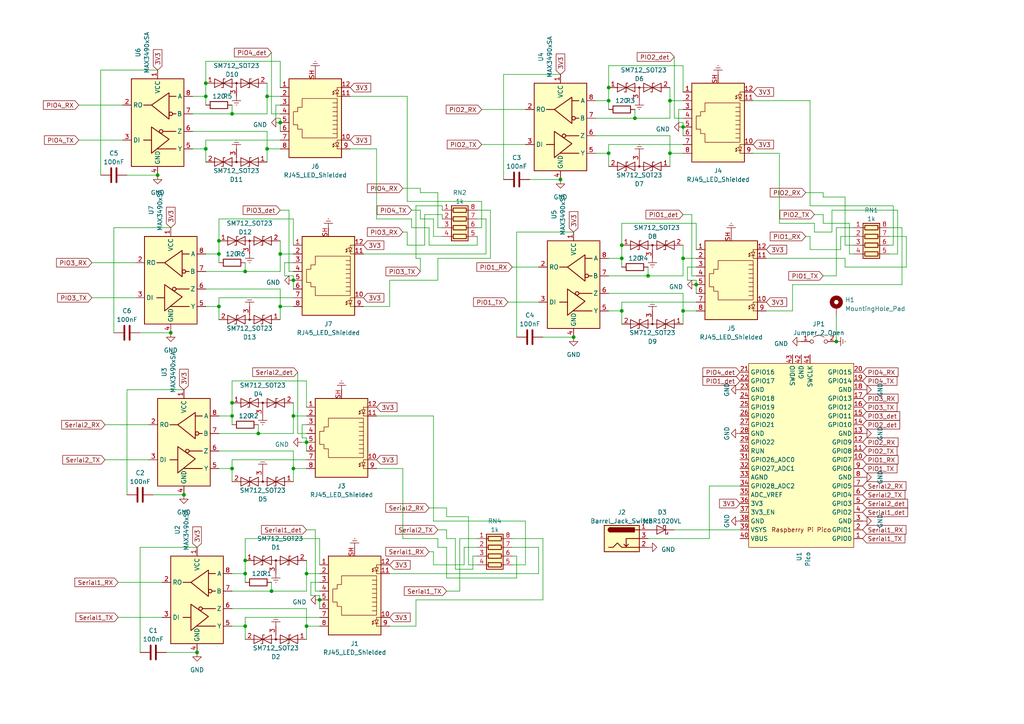
<source format=kicad_sch>
(kicad_sch (version 20230121) (generator eeschema)
  (paper "A4")
  (junction (at 201.93 82.55))
  (junction (at 81.28 35.56))
  (junction (at 88.9 128.27))
  (junction (at 194.31 29.21))
  (junction (at 59.69 43.18))
  (junction (at 59.69 24.13))
  (junction (at 176.53 44.45))
  (junction (at 85.09 81.28))
  (junction (at 242.57 99.06))
  (junction (at 63.5 69.85))
  (junction (at 74.93 125.73))
  (junction (at 57.15 189.23))
  (junction (at 85.09 135.89))
  (junction (at 180.34 74.93))
  (junction (at 88.9 166.37))
  (junction (at 71.12 162.56))
  (junction (at 67.31 120.65))
  (junction (at 184.15 34.29))
  (junction (at 85.09 120.65))
  (junction (at 67.31 116.84))
  (junction (at 53.34 143.51))
  (junction (at 194.31 44.45))
  (junction (at 78.74 171.45))
  (junction (at 81.28 73.66))
  (junction (at 92.71 173.99))
  (junction (at 176.53 29.21))
  (junction (at 45.72 50.8))
  (junction (at 176.53 25.4))
  (junction (at 71.12 166.37))
  (junction (at 67.31 33.02))
  (junction (at 71.12 181.61))
  (junction (at 67.31 135.89))
  (junction (at 198.12 90.17))
  (junction (at 49.53 96.52))
  (junction (at 198.12 36.83))
  (junction (at 77.47 27.94))
  (junction (at 63.5 88.9))
  (junction (at 71.12 78.74))
  (junction (at 187.96 80.01))
  (junction (at 180.34 90.17))
  (junction (at 88.9 181.61))
  (junction (at 81.28 88.9))
  (junction (at 63.5 73.66))
  (junction (at 166.37 97.79))
  (junction (at 59.69 27.94))
  (junction (at 180.34 71.12))
  (junction (at 198.12 74.93))
  (junction (at 162.56 52.07))
  (junction (at 77.47 43.18))
  (wire (pts (xy 236.22 67.31) (xy 241.3 67.31)))
  (wire (pts (xy 91.44 153.67) (xy 91.44 171.45)))
  (wire (pts (xy 81.28 34.29) (xy 81.28 35.56)))
  (wire (pts (xy 71.12 78.74) (xy 81.28 78.74)))
  (wire (pts (xy 132.08 156.21) (xy 132.08 165.1)))
  (wire (pts (xy 247.65 71.12) (xy 245.11 71.12)))
  (wire (pts (xy 137.16 161.29) (xy 137.16 165.1)))
  (wire (pts (xy 218.44 44.45) (xy 226.06 44.45)))
  (wire (pts (xy 85.09 120.65) (xy 85.09 116.84)))
  (wire (pts (xy 88.9 153.67) (xy 91.44 153.67)))
  (wire (pts (xy 176.53 74.93) (xy 180.34 74.93)))
  (wire (pts (xy 245.11 57.15) (xy 238.76 57.15)))
  (wire (pts (xy 121.92 54.61) (xy 121.92 55.88)))
  (wire (pts (xy 82.55 76.2) (xy 82.55 80.01)))
  (wire (pts (xy 88.9 123.19) (xy 87.63 123.19)))
  (wire (pts (xy 128.27 62.23) (xy 128.27 63.5)))
  (wire (pts (xy 129.54 167.64) (xy 149.86 167.64)))
  (wire (pts (xy 67.31 135.89) (xy 67.31 139.7)))
  (wire (pts (xy 201.93 81.28) (xy 201.93 82.55)))
  (wire (pts (xy 194.31 44.45) (xy 194.31 48.26)))
  (wire (pts (xy 238.76 64.77) (xy 246.38 64.77)))
  (wire (pts (xy 44.45 143.51) (xy 53.34 143.51)))
  (wire (pts (xy 129.54 153.67) (xy 129.54 156.21)))
  (wire (pts (xy 85.09 81.28) (xy 85.09 83.82)))
  (wire (pts (xy 116.84 156.21) (xy 127 156.21)))
  (wire (pts (xy 71.12 162.56) (xy 71.12 166.37)))
  (wire (pts (xy 124.46 147.32) (xy 129.54 147.32)))
  (wire (pts (xy 229.87 90.17) (xy 229.87 82.55)))
  (wire (pts (xy 85.09 125.73) (xy 85.09 120.65)))
  (wire (pts (xy 121.92 74.93) (xy 120.65 74.93)))
  (wire (pts (xy 59.69 40.64) (xy 59.69 43.18)))
  (wire (pts (xy 172.72 39.37) (xy 194.31 39.37)))
  (wire (pts (xy 142.24 60.96) (xy 142.24 74.93)))
  (wire (pts (xy 153.67 52.07) (xy 162.56 52.07)))
  (wire (pts (xy 85.09 78.74) (xy 83.82 78.74)))
  (wire (pts (xy 120.65 74.93) (xy 120.65 59.69)))
  (wire (pts (xy 176.53 85.09) (xy 198.12 85.09)))
  (wire (pts (xy 246.38 73.66) (xy 247.65 73.66)))
  (wire (pts (xy 146.05 21.59) (xy 162.56 21.59)))
  (wire (pts (xy 78.74 15.24) (xy 78.74 33.02)))
  (wire (pts (xy 196.85 31.75) (xy 196.85 35.56)))
  (wire (pts (xy 85.09 120.65) (xy 88.9 120.65)))
  (wire (pts (xy 201.93 80.01) (xy 200.66 80.01)))
  (wire (pts (xy 238.76 55.88) (xy 238.76 57.15)))
  (wire (pts (xy 63.5 88.9) (xy 63.5 92.71)))
  (wire (pts (xy 195.58 153.67) (xy 214.63 153.67)))
  (wire (pts (xy 176.53 25.4) (xy 176.53 29.21)))
  (wire (pts (xy 198.12 34.29) (xy 195.58 34.29)))
  (wire (pts (xy 172.72 29.21) (xy 176.53 29.21)))
  (wire (pts (xy 81.28 73.66) (xy 81.28 69.85)))
  (wire (pts (xy 77.47 43.18) (xy 77.47 46.99)))
  (wire (pts (xy 105.41 88.9) (xy 113.03 88.9)))
  (wire (pts (xy 201.93 64.77) (xy 180.34 64.77)))
  (wire (pts (xy 109.22 120.65) (xy 125.73 120.65)))
  (wire (pts (xy 245.11 71.12) (xy 245.11 57.15)))
  (wire (pts (xy 127 153.67) (xy 129.54 153.67)))
  (wire (pts (xy 149.86 97.79) (xy 149.86 67.31)))
  (wire (pts (xy 146.05 52.07) (xy 146.05 21.59)))
  (wire (pts (xy 59.69 78.74) (xy 71.12 78.74)))
  (wire (pts (xy 29.21 20.32) (xy 45.72 20.32)))
  (wire (pts (xy 243.84 72.39) (xy 243.84 68.58)))
  (wire (pts (xy 194.31 34.29) (xy 194.31 29.21)))
  (wire (pts (xy 132.08 165.1) (xy 137.16 165.1)))
  (wire (pts (xy 118.11 27.94) (xy 118.11 58.42)))
  (wire (pts (xy 198.12 90.17) (xy 198.12 93.98)))
  (wire (pts (xy 88.9 166.37) (xy 88.9 171.45)))
  (wire (pts (xy 180.34 71.12) (xy 180.34 74.93)))
  (wire (pts (xy 36.83 50.8) (xy 45.72 50.8)))
  (wire (pts (xy 113.03 166.37) (xy 156.21 166.37)))
  (wire (pts (xy 236.22 64.77) (xy 236.22 67.31)))
  (wire (pts (xy 92.71 172.72) (xy 92.71 173.99)))
  (wire (pts (xy 88.9 133.35) (xy 67.31 133.35)))
  (wire (pts (xy 30.48 123.19) (xy 43.18 123.19)))
  (wire (pts (xy 88.9 181.61) (xy 92.71 181.61)))
  (wire (pts (xy 33.02 96.52) (xy 33.02 66.04)))
  (wire (pts (xy 246.38 64.77) (xy 246.38 73.66)))
  (wire (pts (xy 87.63 127) (xy 88.9 127)))
  (wire (pts (xy 29.21 50.8) (xy 29.21 20.32)))
  (wire (pts (xy 81.28 73.66) (xy 85.09 73.66)))
  (wire (pts (xy 78.74 168.91) (xy 78.74 171.45)))
  (wire (pts (xy 92.71 173.99) (xy 92.71 176.53)))
  (wire (pts (xy 109.22 63.5) (xy 119.38 63.5)))
  (wire (pts (xy 40.64 158.75) (xy 57.15 158.75)))
  (wire (pts (xy 59.69 24.13) (xy 59.69 27.94)))
  (wire (pts (xy 36.83 113.03) (xy 53.34 113.03)))
  (wire (pts (xy 120.65 59.69) (xy 128.27 59.69)))
  (wire (pts (xy 67.31 171.45) (xy 78.74 171.45)))
  (wire (pts (xy 187.96 77.47) (xy 187.96 80.01)))
  (wire (pts (xy 201.93 87.63) (xy 180.34 87.63)))
  (wire (pts (xy 77.47 43.18) (xy 81.28 43.18)))
  (wire (pts (xy 148.59 77.47) (xy 156.21 77.47)))
  (wire (pts (xy 129.54 156.21) (xy 132.08 156.21)))
  (wire (pts (xy 123.19 62.23) (xy 128.27 62.23)))
  (wire (pts (xy 81.28 30.48) (xy 80.01 30.48)))
  (wire (pts (xy 125.73 63.5) (xy 125.73 68.58)))
  (wire (pts (xy 80.01 30.48) (xy 80.01 34.29)))
  (wire (pts (xy 85.09 63.5) (xy 63.5 63.5)))
  (wire (pts (xy 156.21 158.75) (xy 148.59 158.75)))
  (wire (pts (xy 125.73 68.58) (xy 128.27 68.58)))
  (wire (pts (xy 233.68 68.58) (xy 234.95 68.58)))
  (wire (pts (xy 119.38 60.96) (xy 121.92 60.96)))
  (wire (pts (xy 88.9 176.53) (xy 88.9 181.61)))
  (wire (pts (xy 149.86 67.31) (xy 166.37 67.31)))
  (wire (pts (xy 92.71 156.21) (xy 71.12 156.21)))
  (wire (pts (xy 260.35 73.66) (xy 257.81 73.66)))
  (wire (pts (xy 238.76 80.01) (xy 242.57 80.01)))
  (wire (pts (xy 142.24 74.93) (xy 127 74.93)))
  (wire (pts (xy 81.28 40.64) (xy 59.69 40.64)))
  (wire (pts (xy 34.29 179.07) (xy 46.99 179.07)))
  (wire (pts (xy 129.54 149.86) (xy 135.89 149.86)))
  (wire (pts (xy 176.53 41.91) (xy 176.53 44.45)))
  (wire (pts (xy 88.9 118.11) (xy 88.9 110.49)))
  (wire (pts (xy 85.09 71.12) (xy 85.09 63.5)))
  (wire (pts (xy 198.12 62.23) (xy 200.66 62.23)))
  (wire (pts (xy 85.09 86.36) (xy 63.5 86.36)))
  (wire (pts (xy 129.54 158.75) (xy 129.54 167.64)))
  (wire (pts (xy 261.62 66.04) (xy 257.81 66.04)))
  (wire (pts (xy 71.12 181.61) (xy 71.12 185.42)))
  (wire (pts (xy 85.09 130.81) (xy 85.09 135.89)))
  (wire (pts (xy 198.12 74.93) (xy 198.12 71.12)))
  (wire (pts (xy 109.22 135.89) (xy 116.84 135.89)))
  (wire (pts (xy 67.31 110.49) (xy 67.31 116.84)))
  (wire (pts (xy 242.57 66.04) (xy 247.65 66.04)))
  (wire (pts (xy 201.93 77.47) (xy 199.39 77.47)))
  (wire (pts (xy 127 66.04) (xy 128.27 66.04)))
  (wire (pts (xy 90.17 172.72) (xy 92.71 172.72)))
  (wire (pts (xy 194.31 39.37) (xy 194.31 44.45)))
  (wire (pts (xy 67.31 181.61) (xy 71.12 181.61)))
  (wire (pts (xy 148.59 163.83) (xy 152.4 163.83)))
  (wire (pts (xy 198.12 74.93) (xy 198.12 80.01)))
  (wire (pts (xy 234.95 29.21) (xy 234.95 59.69)))
  (wire (pts (xy 194.31 29.21) (xy 198.12 29.21)))
  (wire (pts (xy 92.71 171.45) (xy 91.44 171.45)))
  (wire (pts (xy 139.7 41.91) (xy 152.4 41.91)))
  (wire (pts (xy 226.06 64.77) (xy 236.22 64.77)))
  (wire (pts (xy 180.34 77.47) (xy 180.34 74.93)))
  (wire (pts (xy 243.84 68.58) (xy 247.65 68.58)))
  (wire (pts (xy 262.89 68.58) (xy 257.81 68.58)))
  (wire (pts (xy 125.73 163.83) (xy 134.62 163.83)))
  (wire (pts (xy 198.12 26.67) (xy 198.12 19.05)))
  (wire (pts (xy 195.58 16.51) (xy 195.58 34.29)))
  (wire (pts (xy 90.17 168.91) (xy 90.17 172.72)))
  (wire (pts (xy 74.93 125.73) (xy 85.09 125.73)))
  (wire (pts (xy 194.31 44.45) (xy 198.12 44.45)))
  (wire (pts (xy 71.12 179.07) (xy 71.12 181.61)))
  (wire (pts (xy 198.12 19.05) (xy 176.53 19.05)))
  (wire (pts (xy 83.82 60.96) (xy 83.82 78.74)))
  (wire (pts (xy 149.86 161.29) (xy 148.59 161.29)))
  (wire (pts (xy 140.97 63.5) (xy 140.97 73.66)))
  (wire (pts (xy 113.03 181.61) (xy 120.65 181.61)))
  (wire (pts (xy 199.39 81.28) (xy 201.93 81.28)))
  (wire (pts (xy 184.15 34.29) (xy 194.31 34.29)))
  (wire (pts (xy 138.43 66.04) (xy 139.7 66.04)))
  (wire (pts (xy 218.44 29.21) (xy 234.95 29.21)))
  (wire (pts (xy 88.9 125.73) (xy 86.36 125.73)))
  (wire (pts (xy 139.7 58.42) (xy 139.7 66.04)))
  (wire (pts (xy 81.28 73.66) (xy 81.28 78.74)))
  (wire (pts (xy 59.69 88.9) (xy 63.5 88.9)))
  (wire (pts (xy 236.22 62.23) (xy 238.76 62.23)))
  (wire (pts (xy 127 158.75) (xy 129.54 158.75)))
  (wire (pts (xy 180.34 90.17) (xy 180.34 93.98)))
  (wire (pts (xy 198.12 41.91) (xy 176.53 41.91)))
  (wire (pts (xy 77.47 27.94) (xy 81.28 27.94)))
  (wire (pts (xy 241.3 60.96) (xy 260.35 60.96)))
  (wire (pts (xy 127 55.88) (xy 127 66.04)))
  (wire (pts (xy 133.35 171.45) (xy 133.35 156.21)))
  (wire (pts (xy 157.48 173.99) (xy 157.48 156.21)))
  (wire (pts (xy 226.06 44.45) (xy 226.06 64.77)))
  (wire (pts (xy 121.92 55.88) (xy 127 55.88)))
  (wire (pts (xy 245.11 77.47) (xy 262.89 77.47)))
  (wire (pts (xy 120.65 181.61) (xy 120.65 173.99)))
  (wire (pts (xy 88.9 128.27) (xy 88.9 130.81)))
  (wire (pts (xy 199.39 77.47) (xy 199.39 81.28)))
  (wire (pts (xy 71.12 168.91) (xy 71.12 166.37)))
  (wire (pts (xy 125.73 160.02) (xy 125.73 163.83)))
  (wire (pts (xy 63.5 120.65) (xy 67.31 120.65)))
  (wire (pts (xy 85.09 80.01) (xy 85.09 81.28)))
  (wire (pts (xy 33.02 66.04) (xy 49.53 66.04)))
  (wire (pts (xy 88.9 110.49) (xy 67.31 110.49)))
  (wire (pts (xy 152.4 151.13) (xy 152.4 163.83)))
  (wire (pts (xy 40.64 96.52) (xy 49.53 96.52)))
  (wire (pts (xy 87.63 123.19) (xy 87.63 127)))
  (wire (pts (xy 85.09 76.2) (xy 82.55 76.2)))
  (wire (pts (xy 198.12 85.09) (xy 198.12 90.17)))
  (wire (pts (xy 63.5 69.85) (xy 63.5 73.66)))
  (wire (pts (xy 184.15 31.75) (xy 184.15 34.29)))
  (wire (pts (xy 87.63 128.27) (xy 88.9 128.27)))
  (wire (pts (xy 59.69 17.78) (xy 59.69 24.13)))
  (wire (pts (xy 22.86 40.64) (xy 35.56 40.64)))
  (wire (pts (xy 234.95 72.39) (xy 243.84 72.39)))
  (wire (pts (xy 67.31 33.02) (xy 77.47 33.02)))
  (wire (pts (xy 156.21 166.37) (xy 156.21 158.75)))
  (wire (pts (xy 101.6 43.18) (xy 109.22 43.18)))
  (wire (pts (xy 109.22 43.18) (xy 109.22 63.5)))
  (wire (pts (xy 139.7 31.75) (xy 152.4 31.75)))
  (wire (pts (xy 121.92 63.5) (xy 125.73 63.5)))
  (wire (pts (xy 86.36 107.95) (xy 86.36 125.73)))
  (wire (pts (xy 116.84 135.89) (xy 116.84 156.21)))
  (wire (pts (xy 22.86 30.48) (xy 35.56 30.48)))
  (wire (pts (xy 187.96 156.21) (xy 205.74 156.21)))
  (wire (pts (xy 234.95 68.58) (xy 234.95 72.39)))
  (wire (pts (xy 129.54 171.45) (xy 133.35 171.45)))
  (wire (pts (xy 138.43 63.5) (xy 140.97 63.5)))
  (wire (pts (xy 92.71 168.91) (xy 90.17 168.91)))
  (wire (pts (xy 80.01 34.29) (xy 81.28 34.29)))
  (wire (pts (xy 125.73 120.65) (xy 125.73 151.13)))
  (wire (pts (xy 245.11 74.93) (xy 245.11 77.47)))
  (wire (pts (xy 78.74 33.02) (xy 81.28 33.02)))
  (wire (pts (xy 59.69 83.82) (xy 81.28 83.82)))
  (wire (pts (xy 176.53 19.05) (xy 176.53 25.4)))
  (wire (pts (xy 128.27 59.69) (xy 128.27 60.96)))
  (wire (pts (xy 176.53 44.45) (xy 176.53 48.26)))
  (wire (pts (xy 134.62 163.83) (xy 134.62 158.75)))
  (wire (pts (xy 133.35 156.21) (xy 138.43 156.21)))
  (wire (pts (xy 83.82 60.96) (xy 81.28 60.96)))
  (wire (pts (xy 63.5 135.89) (xy 67.31 135.89)))
  (wire (pts (xy 55.88 38.1) (xy 77.47 38.1)))
  (wire (pts (xy 40.64 189.23) (xy 40.64 158.75)))
  (wire (pts (xy 134.62 158.75) (xy 138.43 158.75)))
  (wire (pts (xy 198.12 36.83) (xy 198.12 39.37)))
  (wire (pts (xy 187.96 80.01) (xy 198.12 80.01)))
  (wire (pts (xy 81.28 88.9) (xy 81.28 92.71)))
  (wire (pts (xy 200.66 62.23) (xy 200.66 80.01)))
  (wire (pts (xy 26.67 76.2) (xy 39.37 76.2)))
  (wire (pts (xy 229.87 82.55) (xy 261.62 82.55)))
  (wire (pts (xy 55.88 43.18) (xy 59.69 43.18)))
  (wire (pts (xy 63.5 63.5) (xy 63.5 69.85)))
  (wire (pts (xy 259.08 71.12) (xy 257.81 71.12)))
  (wire (pts (xy 71.12 156.21) (xy 71.12 162.56)))
  (wire (pts (xy 233.68 55.88) (xy 238.76 55.88)))
  (wire (pts (xy 222.25 74.93) (xy 245.11 74.93)))
  (wire (pts (xy 116.84 67.31) (xy 118.11 67.31)))
  (wire (pts (xy 198.12 90.17) (xy 201.93 90.17)))
  (wire (pts (xy 55.88 27.94) (xy 59.69 27.94)))
  (wire (pts (xy 30.48 133.35) (xy 43.18 133.35)))
  (wire (pts (xy 105.41 73.66) (xy 140.97 73.66)))
  (wire (pts (xy 88.9 181.61) (xy 88.9 185.42)))
  (wire (pts (xy 157.48 97.79) (xy 166.37 97.79)))
  (wire (pts (xy 67.31 30.48) (xy 67.31 33.02)))
  (wire (pts (xy 180.34 64.77) (xy 180.34 71.12)))
  (wire (pts (xy 157.48 156.21) (xy 148.59 156.21)))
  (wire (pts (xy 260.35 60.96) (xy 260.35 73.66)))
  (wire (pts (xy 81.28 17.78) (xy 59.69 17.78)))
  (wire (pts (xy 118.11 67.31) (xy 118.11 71.12)))
  (wire (pts (xy 88.9 166.37) (xy 92.71 166.37)))
  (wire (pts (xy 205.74 156.21) (xy 205.74 140.97)))
  (wire (pts (xy 59.69 73.66) (xy 63.5 73.66)))
  (wire (pts (xy 63.5 86.36) (xy 63.5 88.9)))
  (wire (pts (xy 125.73 151.13) (xy 152.4 151.13)))
  (wire (pts (xy 196.85 35.56) (xy 198.12 35.56)))
  (wire (pts (xy 67.31 133.35) (xy 67.31 135.89)))
  (wire (pts (xy 124.46 71.12) (xy 138.43 71.12)))
  (wire (pts (xy 176.53 31.75) (xy 176.53 29.21)))
  (wire (pts (xy 124.46 160.02) (xy 125.73 160.02)))
  (wire (pts (xy 198.12 35.56) (xy 198.12 36.83)))
  (wire (pts (xy 85.09 135.89) (xy 85.09 139.7)))
  (wire (pts (xy 138.43 161.29) (xy 137.16 161.29)))
  (wire (pts (xy 127 156.21) (xy 127 158.75)))
  (wire (pts (xy 59.69 30.48) (xy 59.69 27.94)))
  (wire (pts (xy 74.93 123.19) (xy 74.93 125.73)))
  (wire (pts (xy 92.71 163.83) (xy 92.71 156.21)))
  (wire (pts (xy 81.28 25.4) (xy 81.28 17.78)))
  (wire (pts (xy 261.62 82.55) (xy 261.62 66.04)))
  (wire (pts (xy 120.65 173.99) (xy 157.48 173.99)))
  (wire (pts (xy 198.12 74.93) (xy 201.93 74.93)))
  (wire (pts (xy 242.57 80.01) (xy 242.57 66.04)))
  (wire (pts (xy 201.93 82.55) (xy 201.93 85.09)))
  (wire (pts (xy 149.86 167.64) (xy 149.86 161.29)))
  (wire (pts (xy 234.95 59.69) (xy 259.08 59.69)))
  (wire (pts (xy 67.31 116.84) (xy 67.31 120.65)))
  (wire (pts (xy 138.43 68.58) (xy 138.43 71.12)))
  (wire (pts (xy 63.5 125.73) (xy 74.93 125.73)))
  (wire (pts (xy 259.08 59.69) (xy 259.08 71.12)))
  (wire (pts (xy 101.6 27.94) (xy 118.11 27.94)))
  (wire (pts (xy 81.28 35.56) (xy 81.28 38.1)))
  (wire (pts (xy 180.34 87.63) (xy 180.34 90.17)))
  (wire (pts (xy 198.12 31.75) (xy 196.85 31.75)))
  (wire (pts (xy 135.89 149.86) (xy 135.89 163.83)))
  (wire (pts (xy 116.84 54.61) (xy 121.92 54.61)))
  (wire (pts (xy 81.28 88.9) (xy 85.09 88.9)))
  (wire (pts (xy 55.88 33.02) (xy 67.31 33.02)))
  (wire (pts (xy 129.54 147.32) (xy 129.54 149.86)))
  (wire (pts (xy 172.72 34.29) (xy 184.15 34.29)))
  (wire (pts (xy 63.5 76.2) (xy 63.5 73.66)))
  (wire (pts (xy 77.47 38.1) (xy 77.47 43.18)))
  (wire (pts (xy 222.25 90.17) (xy 229.87 90.17)))
  (wire (pts (xy 147.32 87.63) (xy 156.21 87.63)))
  (wire (pts (xy 119.38 66.04) (xy 124.46 66.04)))
  (wire (pts (xy 71.12 76.2) (xy 71.12 78.74)))
  (wire (pts (xy 238.76 62.23) (xy 238.76 64.77)))
  (wire (pts (xy 67.31 123.19) (xy 67.31 120.65)))
  (wire (pts (xy 135.89 163.83) (xy 138.43 163.83)))
  (wire (pts (xy 78.74 171.45) (xy 88.9 171.45)))
  (wire (pts (xy 113.03 88.9) (xy 113.03 81.28)))
  (wire (pts (xy 124.46 66.04) (xy 124.46 71.12)))
  (wire (pts (xy 92.71 179.07) (xy 71.12 179.07)))
  (wire (pts (xy 241.3 67.31) (xy 241.3 60.96)))
  (wire (pts (xy 48.26 189.23) (xy 57.15 189.23)))
  (wire (pts (xy 63.5 130.81) (xy 85.09 130.81)))
  (wire (pts (xy 59.69 43.18) (xy 59.69 46.99)))
  (wire (pts (xy 194.31 29.21) (xy 194.31 25.4)))
  (wire (pts (xy 77.47 27.94) (xy 77.47 24.13)))
  (wire (pts (xy 172.72 44.45) (xy 176.53 44.45)))
  (wire (pts (xy 81.28 83.82) (xy 81.28 88.9)))
  (wire (pts (xy 34.29 168.91) (xy 46.99 168.91)))
  (wire (pts (xy 118.11 58.42) (xy 139.7 58.42)))
  (wire (pts (xy 67.31 176.53) (xy 88.9 176.53)))
  (wire (pts (xy 82.55 80.01) (xy 85.09 80.01)))
  (wire (pts (xy 88.9 166.37) (xy 88.9 162.56)))
  (wire (pts (xy 77.47 33.02) (xy 77.47 27.94)))
  (wire (pts (xy 242.57 91.44) (xy 242.57 99.06)))
  (wire (pts (xy 26.67 86.36) (xy 39.37 86.36)))
  (wire (pts (xy 127 74.93) (xy 127 81.28)))
  (wire (pts (xy 176.53 90.17) (xy 180.34 90.17)))
  (wire (pts (xy 88.9 127) (xy 88.9 128.27)))
  (wire (pts (xy 121.92 60.96) (xy 121.92 63.5)))
  (wire (pts (xy 123.19 71.12) (xy 123.19 62.23)))
  (wire (pts (xy 36.83 143.51) (xy 36.83 113.03)))
  (wire (pts (xy 138.43 60.96) (xy 142.24 60.96)))
  (wire (pts (xy 113.03 81.28) (xy 127 81.28)))
  (wire (pts (xy 121.92 78.74) (xy 121.92 74.93)))
  (wire (pts (xy 262.89 77.47) (xy 262.89 68.58)))
  (wire (pts (xy 67.31 166.37) (xy 71.12 166.37)))
  (wire (pts (xy 85.09 135.89) (xy 88.9 135.89)))
  (wire (pts (xy 119.38 63.5) (xy 119.38 66.04)))
  (wire (pts (xy 201.93 72.39) (xy 201.93 64.77)))
  (wire (pts (xy 176.53 80.01) (xy 187.96 80.01)))
  (wire (pts (xy 118.11 71.12) (xy 123.19 71.12)))
  (wire (pts (xy 205.74 140.97) (xy 214.63 140.97)))
  (global_label "Serial1_RX" (shape input) (at 250.19 153.67 0) (property "Intersheetrefs" "${INTERSHEET_REFS}" (effects hide)))
  (global_label "Serial2_TX" (shape input) (at 30.48 133.35 180) (property "Intersheetrefs" "${INTERSHEET_REFS}" (effects hide)))
  (global_label "PIO3_TX" (shape input) (at 250.19 118.11 0) (property "Intersheetrefs" "${INTERSHEET_REFS}" (effects hide)))
  (global_label "PIO1_det" (shape input) (at 214.63 110.49 180) (property "Intersheetrefs" "${INTERSHEET_REFS}" (effects hide)))
  (global_label "3V3" (shape input) (at 162.56 21.59 90) (property "Intersheetrefs" "${INTERSHEET_REFS}" (effects hide)))
  (global_label "3V3" (shape input) (at 222.25 87.63 0) (property "Intersheetrefs" "${INTERSHEET_REFS}" (effects hide)))
  (global_label "Serial1_RX" (shape input) (at 34.29 168.91 180) (property "Intersheetrefs" "${INTERSHEET_REFS}" (effects hide)))
  (global_label "PIO2_TX" (shape input) (at 236.22 62.23 180) (property "Intersheetrefs" "${INTERSHEET_REFS}" (effects hide)))
  (global_label "Serial1_RX" (shape input) (at 124.46 160.02 180) (property "Intersheetrefs" "${INTERSHEET_REFS}" (effects hide)))
  (global_label "PIO4_RX" (shape input) (at 116.84 54.61 180) (property "Intersheetrefs" "${INTERSHEET_REFS}" (effects hide)))
  (global_label "Serial1_det" (shape input) (at 250.19 148.59 0) (property "Intersheetrefs" "${INTERSHEET_REFS}" (effects hide)))
  (global_label "Serial1_TX" (shape input) (at 34.29 179.07 180) (property "Intersheetrefs" "${INTERSHEET_REFS}" (effects hide)))
  (global_label "Serial1_TX" (shape input) (at 250.19 156.21 0) (property "Intersheetrefs" "${INTERSHEET_REFS}" (effects hide)))
  (global_label "3V3" (shape input) (at 105.41 71.12 0) (property "Intersheetrefs" "${INTERSHEET_REFS}" (effects hide)))
  (global_label "PIO2_RX" (shape input) (at 139.7 31.75 180) (property "Intersheetrefs" "${INTERSHEET_REFS}" (effects hide)))
  (global_label "3V3" (shape input) (at 214.63 146.05 180) (property "Intersheetrefs" "${INTERSHEET_REFS}" (effects hide)))
  (global_label "PIO1_TX" (shape input) (at 238.76 80.01 180) (property "Intersheetrefs" "${INTERSHEET_REFS}" (effects hide)))
  (global_label "PIO4_RX" (shape input) (at 22.86 30.48 180) (property "Intersheetrefs" "${INTERSHEET_REFS}" (effects hide)))
  (global_label "PIO4_TX" (shape input) (at 22.86 40.64 180) (property "Intersheetrefs" "${INTERSHEET_REFS}" (effects hide)))
  (global_label "3V3" (shape input) (at 222.25 72.39 0) (property "Intersheetrefs" "${INTERSHEET_REFS}" (effects hide)))
  (global_label "PIO3_det" (shape input) (at 81.28 60.96 180) (property "Intersheetrefs" "${INTERSHEET_REFS}" (effects hide)))
  (global_label "PIO2_TX" (shape input) (at 139.7 41.91 180) (property "Intersheetrefs" "${INTERSHEET_REFS}" (effects hide)))
  (global_label "3V3" (shape input) (at 57.15 158.75 90) (property "Intersheetrefs" "${INTERSHEET_REFS}" (effects hide)))
  (global_label "PIO2_TX" (shape input) (at 250.19 130.81 0) (property "Intersheetrefs" "${INTERSHEET_REFS}" (effects hide)))
  (global_label "3V3" (shape input) (at 101.6 40.64 0) (property "Intersheetrefs" "${INTERSHEET_REFS}" (effects hide)))
  (global_label "3V3" (shape input) (at 105.41 86.36 0) (property "Intersheetrefs" "${INTERSHEET_REFS}" (effects hide)))
  (global_label "PIO1_RX" (shape input) (at 250.19 133.35 0) (property "Intersheetrefs" "${INTERSHEET_REFS}" (effects hide)))
  (global_label "3V3" (shape input) (at 49.53 66.04 90) (property "Intersheetrefs" "${INTERSHEET_REFS}" (effects hide)))
  (global_label "PIO1_TX" (shape input) (at 147.32 87.63 180) (property "Intersheetrefs" "${INTERSHEET_REFS}" (effects hide)))
  (global_label "Serial1_det" (shape input) (at 88.9 153.67 180) (property "Intersheetrefs" "${INTERSHEET_REFS}" (effects hide)))
  (global_label "PIO3_det" (shape input) (at 250.19 120.65 0) (property "Intersheetrefs" "${INTERSHEET_REFS}" (effects hide)))
  (global_label "3V3" (shape input) (at 101.6 25.4 0) (property "Intersheetrefs" "${INTERSHEET_REFS}" (effects hide)))
  (global_label "3V3" (shape input) (at 113.03 179.07 0) (property "Intersheetrefs" "${INTERSHEET_REFS}" (effects hide)))
  (global_label "PIO3_RX" (shape input) (at 116.84 67.31 180) (property "Intersheetrefs" "${INTERSHEET_REFS}" (effects hide)))
  (global_label "3V3" (shape input) (at 45.72 20.32 90) (property "Intersheetrefs" "${INTERSHEET_REFS}" (effects hide)))
  (global_label "Serial2_RX" (shape input) (at 250.19 140.97 0) (property "Intersheetrefs" "${INTERSHEET_REFS}" (effects hide)))
  (global_label "PIO2_RX" (shape input) (at 233.68 55.88 180) (property "Intersheetrefs" "${INTERSHEET_REFS}" (effects hide)))
  (global_label "3V3" (shape input) (at 113.03 163.83 0) (property "Intersheetrefs" "${INTERSHEET_REFS}" (effects hide)))
  (global_label "PIO3_TX" (shape input) (at 26.67 86.36 180) (property "Intersheetrefs" "${INTERSHEET_REFS}" (effects hide)))
  (global_label "PIO3_RX" (shape input) (at 250.19 115.57 0) (property "Intersheetrefs" "${INTERSHEET_REFS}" (effects hide)))
  (global_label "Serial2_RX" (shape input) (at 30.48 123.19 180) (property "Intersheetrefs" "${INTERSHEET_REFS}" (effects hide)))
  (global_label "PIO1_det" (shape input) (at 198.12 62.23 180) (property "Intersheetrefs" "${INTERSHEET_REFS}" (effects hide)))
  (global_label "PIO2_det" (shape input) (at 195.58 16.51 180) (property "Intersheetrefs" "${INTERSHEET_REFS}" (effects hide)))
  (global_label "PIO4_det" (shape input) (at 214.63 107.95 180) (property "Intersheetrefs" "${INTERSHEET_REFS}" (effects hide)))
  (global_label "PIO4_det" (shape input) (at 78.74 15.24 180) (property "Intersheetrefs" "${INTERSHEET_REFS}" (effects hide)))
  (global_label "Serial1_TX" (shape input) (at 129.54 171.45 180) (property "Intersheetrefs" "${INTERSHEET_REFS}" (effects hide)))
  (global_label "PIO3_RX" (shape input) (at 26.67 76.2 180) (property "Intersheetrefs" "${INTERSHEET_REFS}" (effects hide)))
  (global_label "Serial2_det" (shape input) (at 86.36 107.95 180) (property "Intersheetrefs" "${INTERSHEET_REFS}" (effects hide)))
  (global_label "PIO4_TX" (shape input) (at 250.19 110.49 0) (property "Intersheetrefs" "${INTERSHEET_REFS}" (effects hide)))
  (global_label "PIO1_RX" (shape input) (at 233.68 68.58 180) (property "Intersheetrefs" "${INTERSHEET_REFS}" (effects hide)))
  (global_label "3V3" (shape input) (at 166.37 67.31 90) (property "Intersheetrefs" "${INTERSHEET_REFS}" (effects hide)))
  (global_label "PIO3_TX" (shape input) (at 121.92 78.74 180) (property "Intersheetrefs" "${INTERSHEET_REFS}" (effects hide)))
  (global_label "PIO1_RX" (shape input) (at 148.59 77.47 180) (property "Intersheetrefs" "${INTERSHEET_REFS}" (effects hide)))
  (global_label "PIO4_RX" (shape input) (at 250.19 107.95 0) (property "Intersheetrefs" "${INTERSHEET_REFS}" (effects hide)))
  (global_label "PIO4_TX" (shape input) (at 119.38 60.96 180) (property "Intersheetrefs" "${INTERSHEET_REFS}" (effects hide)))
  (global_label "3V3" (shape input) (at 218.44 26.67 0) (property "Intersheetrefs" "${INTERSHEET_REFS}" (effects hide)))
  (global_label "3V3" (shape input) (at 109.22 118.11 0) (property "Intersheetrefs" "${INTERSHEET_REFS}" (effects hide)))
  (global_label "Serial2_det" (shape input) (at 250.19 146.05 0) (property "Intersheetrefs" "${INTERSHEET_REFS}" (effects hide)))
  (global_label "Serial2_TX" (shape input) (at 250.19 143.51 0) (property "Intersheetrefs" "${INTERSHEET_REFS}" (effects hide)))
  (global_label "Serial2_TX" (shape input) (at 127 153.67 180) (property "Intersheetrefs" "${INTERSHEET_REFS}" (effects hide)))
  (global_label "3V3" (shape input) (at 109.22 133.35 0) (property "Intersheetrefs" "${INTERSHEET_REFS}" (effects hide)))
  (global_label "PIO2_RX" (shape input) (at 250.19 128.27 0) (property "Intersheetrefs" "${INTERSHEET_REFS}" (effects hide)))
  (global_label "Serial2_RX" (shape input) (at 124.46 147.32 180) (property "Intersheetrefs" "${INTERSHEET_REFS}" (effects hide)))
  (global_label "PIO1_TX" (shape input) (at 250.19 135.89 0) (property "Intersheetrefs" "${INTERSHEET_REFS}" (effects hide)))
  (global_label "PIO2_det" (shape input) (at 250.19 123.19 0) (property "Intersheetrefs" "${INTERSHEET_REFS}" (effects hide)))
  (global_label "3V3" (shape input) (at 53.34 113.03 90) (property "Intersheetrefs" "${INTERSHEET_REFS}" (effects hide)))
  (global_label "3V3" (shape input) (at 218.44 41.91 0) (property "Intersheetrefs" "${INTERSHEET_REFS}" (effects hide)))
  (symbol (lib_id "Device:R") (at 67.31 76.2 90) (unit 1)
    (property "Reference" "R6" (at 69.85 73.66 90))
    (property "Value" "120" (at 67.31 73.66 90))
    (property "Footprint" "Resistor_SMD:R_0805_2012Metric_Pad1.20x1.40mm_HandSolder" (effects hide))
  )
  (symbol (lib_id "Interface_UART:MAX3490xSA") (at 162.56 36.83 0) (unit 1)
    (property "Reference" "U4" (at 156.8703 16.51 90))
    (property "Value" "MAX3490xSA" (at 159.4103 16.51 90))
    (property "Footprint" "Package_SO:SOIC-8_3.9x4.9mm_P1.27mm" (effects hide))
    (property "Datasheet" "https://www.analog.com/media/en/technical-documentation/data-sheets/MAX3483-MAX3491.pdf" (effects hide))
  )
  (symbol (lib_id "power:Earth") (at 76.2 135.89 180) (unit 1)
    (property "Reference" "#PWR018" (effects hide))
    (property "Value" "Earth" (effects hide))
  )
  (symbol (lib_id "Diode:SM712_SOT23") (at 76.2 116.84 0) (unit 1)
    (property "Reference" "D4" (at 74.93 114.3 0))
    (property "Value" "SM712_SOT23" (at 76.2 111.76 0))
    (property "Footprint" "Package_TO_SOT_SMD:SOT-23" (effects hide))
    (property "Datasheet" "https://www.littelfuse.com/~/media/electronics/datasheets/tvs_diode_arrays/littelfuse_tvs_diode_array_sm712_datasheet.pdf.pdf" (effects hide))
  )
  (symbol (lib_id "Device:R_Pack04") (at 252.73 71.12 270) (unit 1)
    (property "Reference" "RN1" (at 252.73 60.96 90))
    (property "Value" "1k" (at 252.73 63.5 90))
    (property "Footprint" "Resistor_SMD:R_Array_Convex_4x0603" (effects hide))
  )
  (symbol (lib_id "power:Earth") (at 68.58 27.94 0) (mirror y) (unit 1)
    (property "Reference" "#PWR033" (effects hide))
    (property "Value" "Earth" (effects hide))
  )
  (symbol (lib_id "power:GND") (at 250.19 113.03 90) (unit 1)
    (property "Reference" "#PWR04" (effects hide))
    (property "Value" "GND" (at 255.27 113.03 0))
  )
  (symbol (lib_id "Connector:RJ45_LED_Shielded") (at 212.09 80.01 180) (unit 1)
    (property "Reference" "J5" (at 212.09 95.25 0))
    (property "Value" "RJ45_LED_Shielded" (at 212.09 97.79 0))
    (property "Footprint" "Connector_RJ:RJ45_Amphenol_RJHSE538X" (effects hide))
  )
  (symbol (lib_id "Device:C") (at 153.67 97.79 270) (mirror x) (unit 1)
    (property "Reference" "C4" (at 153.67 91.44 90))
    (property "Value" "100nF" (at 153.67 93.98 90))
    (property "Footprint" "Capacitor_SMD:C_0805_2012Metric_Pad1.18x1.45mm_HandSolder" (effects hide))
  )
  (symbol (lib_id "power:GND") (at 198.12 36.83 270) (unit 1)
    (property "Reference" "#PWR027" (effects hide))
    (property "Value" "GND" (at 194.31 37.465 90) (effects (justify right)))
  )
  (symbol (lib_id "Device:C") (at 149.86 52.07 270) (mirror x) (unit 1)
    (property "Reference" "C3" (at 149.86 45.72 90))
    (property "Value" "100nF" (at 149.86 48.26 90))
    (property "Footprint" "Capacitor_SMD:C_0805_2012Metric_Pad1.18x1.45mm_HandSolder" (effects hide))
  )
  (symbol (lib_id "Interface_UART:MAX3490xSA") (at 166.37 82.55 0) (unit 1)
    (property "Reference" "U5" (at 160.6803 62.23 90))
    (property "Value" "MAX3490xSA" (at 163.2203 62.23 90))
    (property "Footprint" "Package_SO:SOIC-8_3.9x4.9mm_P1.27mm" (effects hide))
    (property "Datasheet" "https://www.analog.com/media/en/technical-documentation/data-sheets/MAX3483-MAX3491.pdf" (effects hide))
  )
  (symbol (lib_id "power:GND") (at 162.56 52.07 0) (unit 1)
    (property "Reference" "#PWR021" (effects hide))
    (property "Value" "GND" (at 162.56 57.15 0))
  )
  (symbol (lib_id "power:GND") (at 81.28 35.56 270) (unit 1)
    (property "Reference" "#PWR037" (effects hide))
    (property "Value" "GND" (at 77.47 36.195 90) (effects (justify right)))
  )
  (symbol (lib_id "Connector:Barrel_Jack_Switch") (at 180.34 156.21 0) (unit 1)
    (property "Reference" "J2" (at 180.34 148.59 0))
    (property "Value" "Barrel_Jack_Switch" (at 180.34 151.13 0))
    (property "Footprint" "Connector_BarrelJack:BarrelJack_GCT_DCJ200-10-A_Horizontal" (effects hide))
  )
  (symbol (lib_id "power:Earth") (at 76.2 120.65 0) (mirror y) (unit 1)
    (property "Reference" "#PWR017" (effects hide))
    (property "Value" "Earth" (effects hide))
  )
  (symbol (lib_id "MCU_RaspberryPi_and_Boards:Pico") (at 232.41 132.08 180) (unit 1)
    (property "Reference" "U1" (at 231.775 160.02 90) (effects (justify left)))
    (property "Value" "Pico" (at 234.315 160.02 90) (effects (justify left)))
    (property "Footprint" "MCU_RaspberryPi_and_Boards:RPi_Pico_SMD_TH_No_Pads" (effects hide))
  )
  (symbol (lib_id "power:GND") (at 214.63 113.03 270) (unit 1)
    (property "Reference" "#PWR05" (effects hide))
    (property "Value" "GND" (at 210.82 113.03 0))
  )
  (symbol (lib_id "power:Earth") (at 80.01 181.61 180) (unit 1)
    (property "Reference" "#PWR010" (effects hide))
    (property "Value" "Earth" (effects hide))
  )
  (symbol (lib_id "Device:R") (at 71.12 123.19 90) (unit 1)
    (property "Reference" "R2" (at 73.66 120.65 90))
    (property "Value" "120" (at 71.12 120.65 90))
    (property "Footprint" "Resistor_SMD:R_0805_2012Metric_Pad1.20x1.40mm_HandSolder" (effects hide))
  )
  (symbol (lib_id "Diode:SM712_SOT23") (at 189.23 93.98 180) (unit 1)
    (property "Reference" "D9" (at 189.23 99.06 0))
    (property "Value" "SM712_SOT23" (at 189.23 96.52 0))
    (property "Footprint" "Package_TO_SOT_SMD:SOT-23" (effects hide))
    (property "Datasheet" "https://www.littelfuse.com/~/media/electronics/datasheets/tvs_diode_arrays/littelfuse_tvs_diode_array_sm712_datasheet.pdf.pdf" (effects hide))
  )
  (symbol (lib_id "Diode:SM712_SOT23") (at 185.42 25.4 0) (unit 1)
    (property "Reference" "D6" (at 185.42 22.86 0))
    (property "Value" "SM712_SOT23" (at 186.69 20.32 0))
    (property "Footprint" "Package_TO_SOT_SMD:SOT-23" (effects hide))
    (property "Datasheet" "https://www.littelfuse.com/~/media/electronics/datasheets/tvs_diode_arrays/littelfuse_tvs_diode_array_sm712_datasheet.pdf.pdf" (effects hide))
  )
  (symbol (lib_id "power:GND") (at 250.19 138.43 90) (unit 1)
    (property "Reference" "#PWR02" (effects hide))
    (property "Value" "GND" (at 255.27 138.43 0))
  )
  (symbol (lib_id "Connector:RJ45_LED_Shielded") (at 95.25 78.74 180) (unit 1)
    (property "Reference" "J7" (at 95.25 93.98 0))
    (property "Value" "RJ45_LED_Shielded" (at 95.25 96.52 0))
    (property "Footprint" "Connector_RJ:RJ45_Amphenol_RJHSE538X" (effects hide))
  )
  (symbol (lib_id "Diode:SM712_SOT23") (at 68.58 46.99 180) (unit 1)
    (property "Reference" "D11" (at 68.58 52.07 0))
    (property "Value" "SM712_SOT23" (at 68.58 49.53 0))
    (property "Footprint" "Package_TO_SOT_SMD:SOT-23" (effects hide))
    (property "Datasheet" "https://www.littelfuse.com/~/media/electronics/datasheets/tvs_diode_arrays/littelfuse_tvs_diode_array_sm712_datasheet.pdf.pdf" (effects hide))
  )
  (symbol (lib_id "Diode:SM712_SOT23") (at 72.39 69.85 0) (unit 1)
    (property "Reference" "D12" (at 71.12 67.31 0))
    (property "Value" "SM712_SOT23" (at 72.39 64.77 0))
    (property "Footprint" "Package_TO_SOT_SMD:SOT-23" (effects hide))
    (property "Datasheet" "https://www.littelfuse.com/~/media/electronics/datasheets/tvs_diode_arrays/littelfuse_tvs_diode_array_sm712_datasheet.pdf.pdf" (effects hide))
  )
  (symbol (lib_id "Jumper:Jumper_2_Open") (at 237.49 99.06 0) (unit 1)
    (property "Reference" "JP1" (at 237.49 93.98 0))
    (property "Value" "Jumper_2_Open" (at 237.49 96.52 0))
    (property "Footprint" "Jumper:SolderJumper-2_P1.3mm_Open_RoundedPad1.0x1.5mm" (effects hide))
  )
  (symbol (lib_id "Diode:SM712_SOT23") (at 189.23 71.12 0) (unit 1)
    (property "Reference" "D8" (at 189.23 68.58 0))
    (property "Value" "SM712_SOT23" (at 190.5 66.04 0))
    (property "Footprint" "Package_TO_SOT_SMD:SOT-23" (effects hide))
    (property "Datasheet" "https://www.littelfuse.com/~/media/electronics/datasheets/tvs_diode_arrays/littelfuse_tvs_diode_array_sm712_datasheet.pdf.pdf" (effects hide))
  )
  (symbol (lib_id "Diode:SM712_SOT23") (at 185.42 48.26 180) (unit 1)
    (property "Reference" "D7" (at 185.42 53.34 0))
    (property "Value" "SM712_SOT23" (at 185.42 50.8 0))
    (property "Footprint" "Package_TO_SOT_SMD:SOT-23" (effects hide))
    (property "Datasheet" "https://www.littelfuse.com/~/media/electronics/datasheets/tvs_diode_arrays/littelfuse_tvs_diode_array_sm712_datasheet.pdf.pdf" (effects hide))
  )
  (symbol (lib_id "power:GND") (at 45.72 50.8 0) (unit 1)
    (property "Reference" "#PWR031" (effects hide))
    (property "Value" "GND" (at 45.72 55.88 0))
  )
  (symbol (lib_id "power:GND") (at 250.19 125.73 90) (unit 1)
    (property "Reference" "#PWR03" (effects hide))
    (property "Value" "GND" (at 255.27 125.73 0))
  )
  (symbol (lib_id "Device:R_Pack04") (at 143.51 161.29 270) (unit 1)
    (property "Reference" "RN4" (at 143.51 151.13 90))
    (property "Value" "1k" (at 143.51 153.67 90))
    (property "Footprint" "Resistor_SMD:R_Array_Convex_4x0603" (effects hide))
  )
  (symbol (lib_id "Diode:SM712_SOT23") (at 76.2 139.7 180) (unit 1)
    (property "Reference" "D5" (at 76.2 144.78 0))
    (property "Value" "SM712_SOT23" (at 76.2 142.24 0))
    (property "Footprint" "Package_TO_SOT_SMD:SOT-23" (effects hide))
    (property "Datasheet" "https://www.littelfuse.com/~/media/electronics/datasheets/tvs_diode_arrays/littelfuse_tvs_diode_array_sm712_datasheet.pdf.pdf" (effects hide))
  )
  (symbol (lib_id "Diode:SM712_SOT23") (at 68.58 24.13 0) (unit 1)
    (property "Reference" "D10" (at 67.31 21.59 0))
    (property "Value" "SM712_SOT23" (at 68.58 19.05 0))
    (property "Footprint" "Package_TO_SOT_SMD:SOT-23" (effects hide))
    (property "Datasheet" "https://www.littelfuse.com/~/media/electronics/datasheets/tvs_diode_arrays/littelfuse_tvs_diode_array_sm712_datasheet.pdf.pdf" (effects hide))
  )
  (symbol (lib_id "power:GND") (at 214.63 125.73 270) (unit 1)
    (property "Reference" "#PWR06" (effects hide))
    (property "Value" "GND" (at 210.82 125.73 0))
  )
  (symbol (lib_id "Device:R") (at 184.15 77.47 90) (unit 1)
    (property "Reference" "R4" (at 186.69 74.93 90))
    (property "Value" "120" (at 184.15 74.93 90))
    (property "Footprint" "Resistor_SMD:R_0805_2012Metric_Pad1.20x1.40mm_HandSolder" (effects hide))
  )
  (symbol (lib_id "power:Earth") (at 95.25 66.04 0) (mirror x) (unit 1)
    (property "Reference" "#PWR029" (effects hide))
    (property "Value" "Earth" (effects hide))
  )
  (symbol (lib_id "Diode:SM712_SOT23") (at 72.39 92.71 180) (unit 1)
    (property "Reference" "D13" (at 72.39 97.79 0))
    (property "Value" "SM712_SOT23" (at 72.39 95.25 0))
    (property "Footprint" "Package_TO_SOT_SMD:SOT-23" (effects hide))
    (property "Datasheet" "https://www.littelfuse.com/~/media/electronics/datasheets/tvs_diode_arrays/littelfuse_tvs_diode_array_sm712_datasheet.pdf.pdf" (effects hide))
  )
  (symbol (lib_id "Mechanical:MountingHole_Pad") (at 242.57 88.9 0) (unit 1)
    (property "Reference" "H1" (at 245.11 86.995 0) (effects (justify left)))
    (property "Value" "MountingHole_Pad" (at 245.11 89.535 0) (effects (justify left)))
    (property "Footprint" "MountingHole:MountingHole_3.7mm_Pad_Via" (effects hide))
  )
  (symbol (lib_id "power:GND") (at 201.93 82.55 270) (unit 1)
    (property "Reference" "#PWR028" (effects hide))
    (property "Value" "GND" (at 198.12 83.185 90) (effects (justify right)))
  )
  (symbol (lib_id "Device:C") (at 40.64 143.51 270) (mirror x) (unit 1)
    (property "Reference" "C2" (at 40.64 137.16 90))
    (property "Value" "100nF" (at 40.64 139.7 90))
    (property "Footprint" "Capacitor_SMD:C_0805_2012Metric_Pad1.18x1.45mm_HandSolder" (effects hide))
  )
  (symbol (lib_id "Device:C") (at 44.45 189.23 270) (mirror x) (unit 1)
    (property "Reference" "C1" (at 44.45 182.88 90))
    (property "Value" "100nF" (at 44.45 185.42 90))
    (property "Footprint" "Capacitor_SMD:C_0805_2012Metric_Pad1.18x1.45mm_HandSolder" (effects hide))
  )
  (symbol (lib_id "Device:R") (at 180.34 31.75 90) (unit 1)
    (property "Reference" "R3" (at 182.88 29.21 90))
    (property "Value" "120" (at 180.34 29.21 90))
    (property "Footprint" "Resistor_SMD:R_0805_2012Metric_Pad1.20x1.40mm_HandSolder" (effects hide))
  )
  (symbol (lib_id "Interface_UART:MAX3490xSA") (at 57.15 173.99 0) (unit 1)
    (property "Reference" "U2" (at 51.4603 153.67 90))
    (property "Value" "MAX3490xSA" (at 54.0003 153.67 90))
    (property "Footprint" "Package_SO:SOIC-8_3.9x4.9mm_P1.27mm" (effects hide))
    (property "Datasheet" "https://www.analog.com/media/en/technical-documentation/data-sheets/MAX3483-MAX3491.pdf" (effects hide))
  )
  (symbol (lib_id "Interface_UART:MAX3490xSA") (at 53.34 128.27 0) (unit 1)
    (property "Reference" "U3" (at 47.6503 107.95 90))
    (property "Value" "MAX3490xSA" (at 50.1903 107.95 90))
    (property "Footprint" "Package_SO:SOIC-8_3.9x4.9mm_P1.27mm" (effects hide))
    (property "Datasheet" "https://www.analog.com/media/en/technical-documentation/data-sheets/MAX3483-MAX3491.pdf" (effects hide))
  )
  (symbol (lib_id "Diode:SM712_SOT23") (at 80.01 162.56 0) (unit 1)
    (property "Reference" "D1" (at 80.01 158.75 0))
    (property "Value" "SM712_SOT23" (at 81.28 156.21 0))
    (property "Footprint" "Package_TO_SOT_SMD:SOT-23" (effects hide))
    (property "Datasheet" "https://www.littelfuse.com/~/media/electronics/datasheets/tvs_diode_arrays/littelfuse_tvs_diode_array_sm712_datasheet.pdf.pdf" (effects hide))
  )
  (symbol (lib_id "power:Earth") (at 189.23 90.17 180) (unit 1)
    (property "Reference" "#PWR026" (effects hide))
    (property "Value" "Earth" (effects hide))
  )
  (symbol (lib_id "power:GND") (at 92.71 173.99 270) (unit 1)
    (property "Reference" "#PWR015" (effects hide))
    (property "Value" "GND" (at 88.9 174.625 90) (effects (justify right)))
  )
  (symbol (lib_id "power:Earth") (at 208.28 21.59 0) (mirror x) (unit 1)
    (property "Reference" "#PWR030" (effects hide))
    (property "Value" "Earth" (effects hide))
  )
  (symbol (lib_id "power:Earth") (at 68.58 43.18 180) (unit 1)
    (property "Reference" "#PWR034" (effects hide))
    (property "Value" "Earth" (effects hide))
  )
  (symbol (lib_id "Connector:RJ45_LED_Shielded") (at 91.44 33.02 180) (unit 1)
    (property "Reference" "J6" (at 91.44 48.26 0))
    (property "Value" "RJ45_LED_Shielded" (at 91.44 50.8 0))
    (property "Footprint" "Connector_RJ:RJ45_Amphenol_RJHSE538X" (effects hide))
  )
  (symbol (lib_id "Diode:MBR1020VL") (at 191.77 153.67 180) (unit 1)
    (property "Reference" "D3" (at 192.0875 148.59 0))
    (property "Value" "MBR1020VL" (at 192.0875 151.13 0))
    (property "Footprint" "Diode_SMD:D_SOD-123F" (effects hide))
    (property "Datasheet" "https://www.onsemi.com/pub/Collateral/MBR1020VL-D.PDF" (effects hide))
  )
  (symbol (lib_id "power:Earth") (at 102.87 158.75 0) (mirror x) (unit 1)
    (property "Reference" "#PWR07" (effects hide))
    (property "Value" "Earth" (effects hide))
  )
  (symbol (lib_id "Connector:RJ45_LED_Shielded") (at 208.28 34.29 180) (unit 1)
    (property "Reference" "J4" (at 208.28 49.53 0))
    (property "Value" "RJ45_LED_Shielded" (at 208.28 52.07 0))
    (property "Footprint" "Connector_RJ:RJ45_Amphenol_RJHSE538X" (effects hide))
  )
  (symbol (lib_id "power:Earth") (at 80.01 166.37 0) (mirror y) (unit 1)
    (property "Reference" "#PWR09" (effects hide))
    (property "Value" "Earth" (effects hide))
  )
  (symbol (lib_id "power:Earth") (at 212.09 67.31 0) (mirror x) (unit 1)
    (property "Reference" "#PWR039" (effects hide))
    (property "Value" "Earth" (effects hide))
  )
  (symbol (lib_id "power:GND") (at 232.41 99.06 270) (unit 1)
    (property "Reference" "#PWR013" (effects hide))
    (property "Value" "GND" (at 228.6 99.695 90) (effects (justify right)))
  )
  (symbol (lib_id "Device:R") (at 74.93 168.91 90) (unit 1)
    (property "Reference" "R1" (at 77.47 166.37 90))
    (property "Value" "120" (at 74.93 166.37 90))
    (property "Footprint" "Resistor_SMD:R_0805_2012Metric_Pad1.20x1.40mm_HandSolder" (effects hide))
  )
  (symbol (lib_id "Device:C") (at 33.02 50.8 270) (mirror x) (unit 1)
    (property "Reference" "C5" (at 33.02 44.45 90))
    (property "Value" "100nF" (at 33.02 46.99 90))
    (property "Footprint" "Capacitor_SMD:C_0805_2012Metric_Pad1.18x1.45mm_HandSolder" (effects hide))
  )
  (symbol (lib_id "Connector:RJ45_LED_Shielded") (at 102.87 171.45 180) (unit 1)
    (property "Reference" "J1" (at 102.87 186.69 0))
    (property "Value" "RJ45_LED_Shielded" (at 102.87 189.23 0))
    (property "Footprint" "Connector_RJ:RJ45_Amphenol_RJHSE538X" (effects hide))
  )
  (symbol (lib_id "power:Earth") (at 185.42 29.21 0) (mirror y) (unit 1)
    (property "Reference" "#PWR023" (effects hide))
    (property "Value" "Earth" (effects hide))
  )
  (symbol (lib_id "power:Earth") (at 72.39 88.9 180) (unit 1)
    (property "Reference" "#PWR036" (effects hide))
    (property "Value" "Earth" (effects hide))
  )
  (symbol (lib_id "power:GND") (at 187.96 158.75 90) (unit 1)
    (property "Reference" "#PWR014" (effects hide))
    (property "Value" "GND" (at 191.77 159.385 90) (effects (justify right)))
  )
  (symbol (lib_id "Connector:RJ45_LED_Shielded") (at 99.06 125.73 180) (unit 1)
    (property "Reference" "J3" (at 99.06 140.97 0))
    (property "Value" "RJ45_LED_Shielded" (at 99.06 143.51 0))
    (property "Footprint" "Connector_RJ:RJ45_Amphenol_RJHSE538X" (effects hide))
  )
  (symbol (lib_id "power:GND") (at 166.37 97.79 0) (unit 1)
    (property "Reference" "#PWR022" (effects hide))
    (property "Value" "GND" (at 166.37 102.87 0))
  )
  (symbol (lib_id "Device:C") (at 36.83 96.52 270) (mirror x) (unit 1)
    (property "Reference" "C6" (at 36.83 90.17 90))
    (property "Value" "100nF" (at 36.83 92.71 90))
    (property "Footprint" "Capacitor_SMD:C_0805_2012Metric_Pad1.18x1.45mm_HandSolder" (effects hide))
  )
  (symbol (lib_id "power:Earth") (at 185.42 44.45 180) (unit 1)
    (property "Reference" "#PWR024" (effects hide))
    (property "Value" "Earth" (effects hide))
  )
  (symbol (lib_id "power:GND") (at 250.19 151.13 90) (unit 1)
    (property "Reference" "#PWR01" (effects hide))
    (property "Value" "GND" (at 255.27 151.13 0))
  )
  (symbol (lib_id "Interface_UART:MAX3490xSA") (at 49.53 81.28 0) (unit 1)
    (property "Reference" "U7" (at 43.8403 60.96 90))
    (property "Value" "MAX3490xSA" (at 46.3803 60.96 90))
    (property "Footprint" "Package_SO:SOIC-8_3.9x4.9mm_P1.27mm" (effects hide))
    (property "Datasheet" "https://www.analog.com/media/en/technical-documentation/data-sheets/MAX3483-MAX3491.pdf" (effects hide))
  )
  (symbol (lib_id "Device:R") (at 63.5 30.48 90) (unit 1)
    (property "Reference" "R5" (at 66.04 27.94 90))
    (property "Value" "120" (at 63.5 27.94 90))
    (property "Footprint" "Resistor_SMD:R_0805_2012Metric_Pad1.20x1.40mm_HandSolder" (effects hide))
  )
  (symbol (lib_id "power:Earth") (at 91.44 20.32 0) (mirror x) (unit 1)
    (property "Reference" "#PWR040" (effects hide))
    (property "Value" "Earth" (effects hide))
  )
  (symbol (lib_id "power:GND") (at 49.53 96.52 0) (unit 1)
    (property "Reference" "#PWR032" (effects hide))
    (property "Value" "GND" (at 49.53 101.6 0))
  )
  (symbol (lib_id "power:GND") (at 214.63 151.13 270) (unit 1)
    (property "Reference" "#PWR08" (effects hide))
    (property "Value" "GND" (at 210.82 151.13 0))
  )
  (symbol (lib_id "power:GND") (at 57.15 189.23 0) (unit 1)
    (property "Reference" "#PWR011" (effects hide))
    (property "Value" "GND" (at 57.15 194.31 0))
  )
  (symbol (lib_id "Interface_UART:MAX3490xSA") (at 45.72 35.56 0) (unit 1)
    (property "Reference" "U6" (at 40.0303 15.24 90))
    (property "Value" "MAX3490xSA" (at 42.5703 15.24 90))
    (property "Footprint" "Package_SO:SOIC-8_3.9x4.9mm_P1.27mm" (effects hide))
    (property "Datasheet" "https://www.analog.com/media/en/technical-documentation/data-sheets/MAX3483-MAX3491.pdf" (effects hide))
  )
  (symbol (lib_id "power:Earth") (at 72.39 73.66 0) (mirror y) (unit 1)
    (property "Reference" "#PWR035" (effects hide))
    (property "Value" "Earth" (effects hide))
  )
  (symbol (lib_id "power:GND") (at 53.34 143.51 0) (unit 1)
    (property "Reference" "#PWR016" (effects hide))
    (property "Value" "GND" (at 53.34 148.59 0))
  )
  (symbol (lib_id "power:GND") (at 87.63 128.27 270) (unit 1)
    (property "Reference" "#PWR019" (effects hide))
    (property "Value" "GND" (at 83.82 128.905 90) (effects (justify right)))
  )
  (symbol (lib_id "power:Earth") (at 242.57 99.06 90) (unit 1)
    (property "Reference" "#PWR012" (effects hide))
    (property "Value" "Earth" (effects hide))
  )
  (symbol (lib_id "Diode:SM712_SOT23") (at 80.01 185.42 180) (unit 1)
    (property "Reference" "D2" (at 80.01 190.5 0))
    (property "Value" "SM712_SOT23" (at 80.01 187.96 0))
    (property "Footprint" "Package_TO_SOT_SMD:SOT-23" (effects hide))
    (property "Datasheet" "https://www.littelfuse.com/~/media/electronics/datasheets/tvs_diode_arrays/littelfuse_tvs_diode_array_sm712_datasheet.pdf.pdf" (effects hide))
  )
  (symbol (lib_id "Device:R_Pack04") (at 133.35 66.04 270) (unit 1)
    (property "Reference" "RN2" (at 133.35 55.88 90))
    (property "Value" "1k" (at 133.35 58.42 90))
    (property "Footprint" "Resistor_SMD:R_Array_Convex_4x0603" (effects hide))
  )
  (symbol (lib_id "power:Earth") (at 189.23 74.93 0) (mirror y) (unit 1)
    (property "Reference" "#PWR025" (effects hide))
    (property "Value" "Earth" (effects hide))
  )
  (symbol (lib_id "power:Earth") (at 99.06 113.03 0) (mirror x) (unit 1)
    (property "Reference" "#PWR020" (effects hide))
    (property "Value" "Earth" (effects hide))
  )
  (symbol (lib_id "power:GND") (at 85.09 81.28 270) (unit 1)
    (property "Reference" "#PWR038" (effects hide))
    (property "Value" "GND" (at 81.28 81.915 90) (effects (justify right)))
  )
)
</source>
